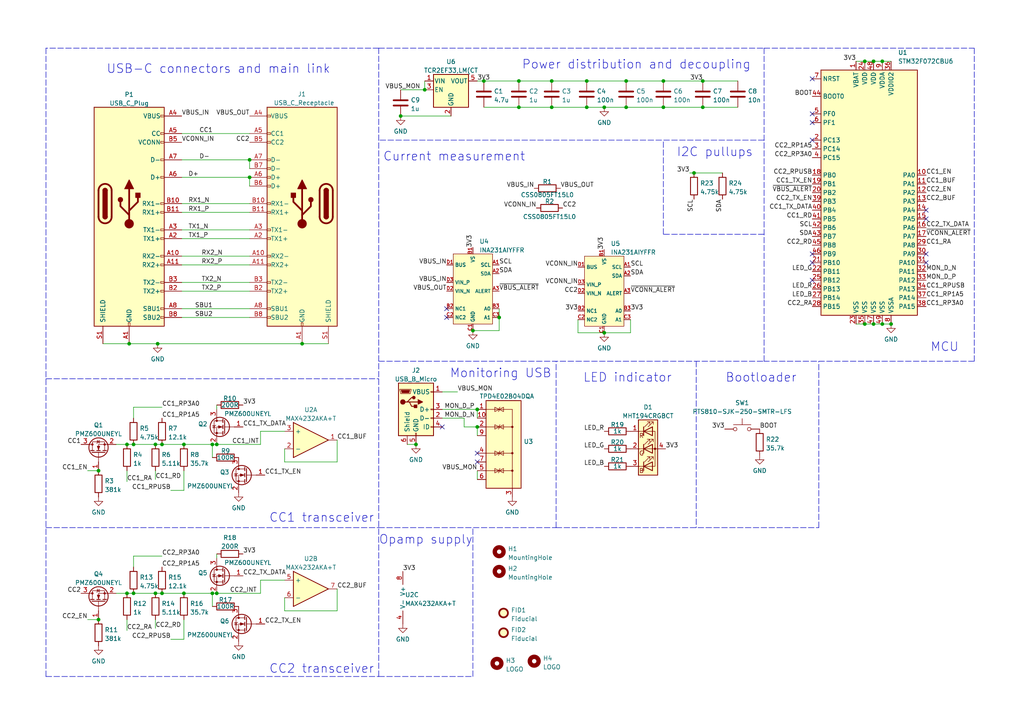
<source format=kicad_sch>
(kicad_sch (version 20211123) (generator eeschema)
  (paper "A4")
  (lib_symbols
    (symbol "Connector:USB_B_Micro" (pin_names (offset 1.016))
      (property "Reference" "J" (at -5.08 11.43 0))
      (property "Value" "USB_B_Micro" (at -5.08 8.89 0))
      (symbol "USB_B_Micro_1_1"
        (pin power_out line (at 7.62 5.08 180) (length 2.54) (name "VBUS") (number "1"))
        (pin bidirectional line (at 7.62 -2.54 180) (length 2.54) (name "D-") (number "2"))
        (pin bidirectional line (at 7.62 0 180) (length 2.54) (name "D+") (number "3"))
        (pin passive line (at 7.62 -5.08 180) (length 2.54) (name "ID") (number "4"))
        (pin power_out line (at 0 -10.16 90) (length 2.54) (name "GND") (number "5"))
        (pin passive line (at -2.54 -10.16 90) (length 2.54) (name "Shield") (number "6"))
      )
    )
    (symbol "Connector:USB_C_Plug" (pin_names (offset 1.016))
      (property "Reference" "P" (at -10.16 29.21 0))
      (property "Value" "USB_C_Plug" (at 10.16 29.21 0))
      (symbol "USB_C_Plug_1_1"
        (pin passive line (at 0 -40.64 90) (length 5.08) (name "GND") (number "A1"))
        (pin bidirectional line (at 15.24 -15.24 180) (length 5.08) (name "RX2-") (number "A10"))
        (pin bidirectional line (at 15.24 -17.78 180) (length 5.08) (name "RX2+") (number "A11"))
        (pin passive line (at 0 -40.64 90) (length 5.08) hide (name "GND") (number "A12"))
        (pin bidirectional line (at 15.24 -10.16 180) (length 5.08) (name "TX1+") (number "A2"))
        (pin bidirectional line (at 15.24 -7.62 180) (length 5.08) (name "TX1-") (number "A3"))
        (pin passive line (at 15.24 25.4 180) (length 5.08) (name "VBUS") (number "A4"))
        (pin bidirectional line (at 15.24 20.32 180) (length 5.08) (name "CC") (number "A5"))
        (pin bidirectional line (at 15.24 7.62 180) (length 5.08) (name "D+") (number "A6"))
        (pin bidirectional line (at 15.24 12.7 180) (length 5.08) (name "D-") (number "A7"))
        (pin bidirectional line (at 15.24 -30.48 180) (length 5.08) (name "SBU1") (number "A8"))
        (pin passive line (at 15.24 25.4 180) (length 5.08) hide (name "VBUS") (number "A9"))
        (pin passive line (at 0 -40.64 90) (length 5.08) hide (name "GND") (number "B1"))
        (pin bidirectional line (at 15.24 0 180) (length 5.08) (name "RX1-") (number "B10"))
        (pin bidirectional line (at 15.24 -2.54 180) (length 5.08) (name "RX1+") (number "B11"))
        (pin passive line (at 0 -40.64 90) (length 5.08) hide (name "GND") (number "B12"))
        (pin bidirectional line (at 15.24 -25.4 180) (length 5.08) (name "TX2+") (number "B2"))
        (pin bidirectional line (at 15.24 -22.86 180) (length 5.08) (name "TX2-") (number "B3"))
        (pin passive line (at 15.24 25.4 180) (length 5.08) hide (name "VBUS") (number "B4"))
        (pin bidirectional line (at 15.24 17.78 180) (length 5.08) (name "VCONN") (number "B5"))
        (pin bidirectional line (at 15.24 -33.02 180) (length 5.08) (name "SBU2") (number "B8"))
        (pin passive line (at 15.24 25.4 180) (length 5.08) hide (name "VBUS") (number "B9"))
        (pin passive line (at -7.62 -40.64 90) (length 5.08) (name "SHIELD") (number "S1"))
      )
    )
    (symbol "Connector:USB_C_Receptacle" (pin_names (offset 1.016))
      (property "Reference" "J" (at -10.16 29.21 0))
      (property "Value" "USB_C_Receptacle" (at 10.16 29.21 0))
      (symbol "USB_C_Receptacle_1_1"
        (pin passive line (at 0 -40.64 90) (length 5.08) (name "GND") (number "A1"))
        (pin bidirectional line (at 15.24 -15.24 180) (length 5.08) (name "RX2-") (number "A10"))
        (pin bidirectional line (at 15.24 -17.78 180) (length 5.08) (name "RX2+") (number "A11"))
        (pin passive line (at 0 -40.64 90) (length 5.08) hide (name "GND") (number "A12"))
        (pin bidirectional line (at 15.24 -10.16 180) (length 5.08) (name "TX1+") (number "A2"))
        (pin bidirectional line (at 15.24 -7.62 180) (length 5.08) (name "TX1-") (number "A3"))
        (pin passive line (at 15.24 25.4 180) (length 5.08) (name "VBUS") (number "A4"))
        (pin bidirectional line (at 15.24 20.32 180) (length 5.08) (name "CC1") (number "A5"))
        (pin bidirectional line (at 15.24 7.62 180) (length 5.08) (name "D+") (number "A6"))
        (pin bidirectional line (at 15.24 12.7 180) (length 5.08) (name "D-") (number "A7"))
        (pin bidirectional line (at 15.24 -30.48 180) (length 5.08) (name "SBU1") (number "A8"))
        (pin passive line (at 15.24 25.4 180) (length 5.08) hide (name "VBUS") (number "A9"))
        (pin passive line (at 0 -40.64 90) (length 5.08) hide (name "GND") (number "B1"))
        (pin bidirectional line (at 15.24 0 180) (length 5.08) (name "RX1-") (number "B10"))
        (pin bidirectional line (at 15.24 -2.54 180) (length 5.08) (name "RX1+") (number "B11"))
        (pin passive line (at 0 -40.64 90) (length 5.08) hide (name "GND") (number "B12"))
        (pin bidirectional line (at 15.24 -25.4 180) (length 5.08) (name "TX2+") (number "B2"))
        (pin bidirectional line (at 15.24 -22.86 180) (length 5.08) (name "TX2-") (number "B3"))
        (pin passive line (at 15.24 25.4 180) (length 5.08) hide (name "VBUS") (number "B4"))
        (pin bidirectional line (at 15.24 17.78 180) (length 5.08) (name "CC2") (number "B5"))
        (pin bidirectional line (at 15.24 5.08 180) (length 5.08) (name "D+") (number "B6"))
        (pin bidirectional line (at 15.24 10.16 180) (length 5.08) (name "D-") (number "B7"))
        (pin bidirectional line (at 15.24 -33.02 180) (length 5.08) (name "SBU2") (number "B8"))
        (pin passive line (at 15.24 25.4 180) (length 5.08) hide (name "VBUS") (number "B9"))
        (pin passive line (at -7.62 -40.64 90) (length 5.08) (name "SHIELD") (number "S1"))
      )
    )
    (symbol "Device:C" (pin_numbers hide) (pin_names (offset 0.254))
      (property "Reference" "C" (at 0.635 2.54 0))
      (property "Value" "C" (at 0.635 -2.54 0))
      (symbol "C_1_1"
        (pin passive line (at 0 3.81 270) (length 2.794) (name "~") (number "1"))
        (pin passive line (at 0 -3.81 90) (length 2.794) (name "~") (number "2"))
      )
    )
    (symbol "Device:LED_RGBA" (pin_names (offset 0) hide)
      (property "Reference" "D" (at 0 9.398 0))
      (property "Value" "LED_RGBA" (at 0 -8.89 0))
      (symbol "LED_RGBA_0_0"
        (text "B" (at -1.905 -6.35 0) (effects (font (size 1.27 1.27))))
        (text "G" (at -1.905 -1.27 0) (effects (font (size 1.27 1.27))))
        (text "R" (at -1.905 3.81 0) (effects (font (size 1.27 1.27))))
      )
      (symbol "LED_RGBA_1_1"
        (pin passive line (at -5.08 5.08 0) (length 2.54) (name "RK") (number "1"))
        (pin passive line (at -5.08 0 0) (length 2.54) (name "GK") (number "2"))
        (pin passive line (at -5.08 -5.08 0) (length 2.54) (name "BK") (number "3"))
        (pin passive line (at 5.08 0 180) (length 2.54) (name "A") (number "4"))
      )
    )
    (symbol "Device:Opamp_Dual"
      (property "Reference" "U" (at 0 5.08 0))
      (property "Value" "Opamp_Dual" (at 0 -5.08 0))
      (symbol "Opamp_Dual_1_1"
        (pin output line (at 7.62 0 180) (length 2.54) (name "~") (number "1"))
        (pin input line (at -7.62 -2.54 0) (length 2.54) (name "-") (number "2"))
        (pin input line (at -7.62 2.54 0) (length 2.54) (name "+") (number "3"))
      )
      (symbol "Opamp_Dual_2_1"
        (pin input line (at -7.62 2.54 0) (length 2.54) (name "+") (number "5"))
        (pin input line (at -7.62 -2.54 0) (length 2.54) (name "-") (number "6"))
        (pin output line (at 7.62 0 180) (length 2.54) (name "~") (number "7"))
      )
      (symbol "Opamp_Dual_3_1"
        (pin power_in line (at -2.54 -7.62 90) (length 3.81) (name "V-") (number "4"))
        (pin power_in line (at -2.54 7.62 270) (length 3.81) (name "V+") (number "8"))
      )
    )
    (symbol "Device:Q_NMOS_GSD" (pin_names (offset 0) hide)
      (property "Reference" "Q" (at 5.08 1.27 0))
      (property "Value" "Q_NMOS_GSD" (at 5.08 -1.27 0))
      (symbol "Q_NMOS_GSD_1_1"
        (pin input line (at -5.08 0 0) (length 2.54) (name "G") (number "1"))
        (pin passive line (at 2.54 -5.08 90) (length 2.54) (name "S") (number "2"))
        (pin passive line (at 2.54 5.08 270) (length 2.54) (name "D") (number "3"))
      )
    )
    (symbol "Device:R" (pin_numbers hide) (pin_names (offset 0))
      (property "Reference" "R" (at 2.032 0 90))
      (property "Value" "R" (at 0 0 90))
      (symbol "R_1_1"
        (pin passive line (at 0 3.81 270) (length 1.27) (name "~") (number "1"))
        (pin passive line (at 0 -3.81 90) (length 1.27) (name "~") (number "2"))
      )
    )
    (symbol "INA231AIYFFR_1"
      (property "Reference" "U" (at 5.08 10.16 0))
      (property "Value" "INA231AIYFFR_1" (at -1.27 -15.24 0))
      (symbol "INA231AIYFFR_1_1_1"
        (pin input line (at 7.62 5.08 180) (length 1.905) (name "SCL") (number "A1"))
        (pin bidirectional line (at 7.62 2.54 180) (length 1.905) (name "SDA") (number "A2"))
        (pin output line (at 7.62 -2.54 180) (length 1.905) (name "ALERT") (number "A3"))
        (pin power_in line (at 0 10.16 270) (length 1.905) (name "VS") (number "B1"))
        (pin passive line (at -7.62 -7.62 0) (length 1.905) (name "NC1") (number "B2"))
        (pin input line (at 7.62 -7.62 180) (length 1.905) (name "A0") (number "B3"))
        (pin power_in line (at 0 -13.97 90) (length 1.905) (name "GND") (number "C1"))
        (pin passive line (at -7.62 -10.16 0) (length 1.905) (name "NC2") (number "C2"))
        (pin input line (at 7.62 -10.16 180) (length 1.905) (name "A1") (number "C3"))
        (pin passive line (at -7.62 5.08 0) (length 1.905) (name "BUS") (number "D1"))
        (pin passive line (at -7.62 -2.54 0) (length 1.905) (name "VIN_N") (number "D2"))
        (pin passive line (at -7.62 0 0) (length 1.905) (name "VIN_P") (number "D3"))
      )
    )
    (symbol "MCU_ST_STM32F0:STM32F072CBUx"
      (property "Reference" "U" (at -15.24 36.83 0))
      (property "Value" "STM32F072CBUx" (at 7.62 36.83 0))
      (symbol "STM32F072CBUx_1_1"
        (pin power_in line (at -5.08 38.1 270) (length 2.54) (name "VBAT") (number "1"))
        (pin bidirectional line (at 15.24 5.08 180) (length 2.54) (name "PA0") (number "10"))
        (pin bidirectional line (at 15.24 2.54 180) (length 2.54) (name "PA1") (number "11"))
        (pin bidirectional line (at 15.24 0 180) (length 2.54) (name "PA2") (number "12"))
        (pin bidirectional line (at 15.24 -2.54 180) (length 2.54) (name "PA3") (number "13"))
        (pin bidirectional line (at 15.24 -5.08 180) (length 2.54) (name "PA4") (number "14"))
        (pin bidirectional line (at 15.24 -7.62 180) (length 2.54) (name "PA5") (number "15"))
        (pin bidirectional line (at 15.24 -10.16 180) (length 2.54) (name "PA6") (number "16"))
        (pin bidirectional line (at 15.24 -12.7 180) (length 2.54) (name "PA7") (number "17"))
        (pin bidirectional line (at -17.78 5.08 0) (length 2.54) (name "PB0") (number "18"))
        (pin bidirectional line (at -17.78 2.54 0) (length 2.54) (name "PB1") (number "19"))
        (pin bidirectional line (at -17.78 15.24 0) (length 2.54) (name "PC13") (number "2"))
        (pin bidirectional line (at -17.78 0 0) (length 2.54) (name "PB2") (number "20"))
        (pin bidirectional line (at -17.78 -20.32 0) (length 2.54) (name "PB10") (number "21"))
        (pin bidirectional line (at -17.78 -22.86 0) (length 2.54) (name "PB11") (number "22"))
        (pin power_in line (at -5.08 -38.1 90) (length 2.54) (name "VSS") (number "23"))
        (pin power_in line (at -2.54 38.1 270) (length 2.54) (name "VDD") (number "24"))
        (pin bidirectional line (at -17.78 -25.4 0) (length 2.54) (name "PB12") (number "25"))
        (pin bidirectional line (at -17.78 -27.94 0) (length 2.54) (name "PB13") (number "26"))
        (pin bidirectional line (at -17.78 -30.48 0) (length 2.54) (name "PB14") (number "27"))
        (pin bidirectional line (at -17.78 -33.02 0) (length 2.54) (name "PB15") (number "28"))
        (pin bidirectional line (at 15.24 -15.24 180) (length 2.54) (name "PA8") (number "29"))
        (pin bidirectional line (at -17.78 12.7 0) (length 2.54) (name "PC14") (number "3"))
        (pin bidirectional line (at 15.24 -17.78 180) (length 2.54) (name "PA9") (number "30"))
        (pin bidirectional line (at 15.24 -20.32 180) (length 2.54) (name "PA10") (number "31"))
        (pin bidirectional line (at 15.24 -22.86 180) (length 2.54) (name "PA11") (number "32"))
        (pin bidirectional line (at 15.24 -25.4 180) (length 2.54) (name "PA12") (number "33"))
        (pin bidirectional line (at 15.24 -27.94 180) (length 2.54) (name "PA13") (number "34"))
        (pin power_in line (at -2.54 -38.1 90) (length 2.54) (name "VSS") (number "35"))
        (pin power_in line (at 5.08 38.1 270) (length 2.54) (name "VDDIO2") (number "36"))
        (pin bidirectional line (at 15.24 -30.48 180) (length 2.54) (name "PA14") (number "37"))
        (pin bidirectional line (at 15.24 -33.02 180) (length 2.54) (name "PA15") (number "38"))
        (pin bidirectional line (at -17.78 -2.54 0) (length 2.54) (name "PB3") (number "39"))
        (pin bidirectional line (at -17.78 10.16 0) (length 2.54) (name "PC15") (number "4"))
        (pin bidirectional line (at -17.78 -5.08 0) (length 2.54) (name "PB4") (number "40"))
        (pin bidirectional line (at -17.78 -7.62 0) (length 2.54) (name "PB5") (number "41"))
        (pin bidirectional line (at -17.78 -10.16 0) (length 2.54) (name "PB6") (number "42"))
        (pin bidirectional line (at -17.78 -12.7 0) (length 2.54) (name "PB7") (number "43"))
        (pin input line (at -17.78 27.94 0) (length 2.54) (name "BOOT0") (number "44"))
        (pin bidirectional line (at -17.78 -15.24 0) (length 2.54) (name "PB8") (number "45"))
        (pin bidirectional line (at -17.78 -17.78 0) (length 2.54) (name "PB9") (number "46"))
        (pin power_in line (at 0 -38.1 90) (length 2.54) (name "VSS") (number "47"))
        (pin power_in line (at 0 38.1 270) (length 2.54) (name "VDD") (number "48"))
        (pin power_in line (at 2.54 -38.1 90) (length 2.54) (name "VSS") (number "49"))
        (pin input line (at -17.78 22.86 0) (length 2.54) (name "PF0") (number "5"))
        (pin input line (at -17.78 20.32 0) (length 2.54) (name "PF1") (number "6"))
        (pin input line (at -17.78 33.02 0) (length 2.54) (name "NRST") (number "7"))
        (pin power_in line (at 5.08 -38.1 90) (length 2.54) (name "VSSA") (number "8"))
        (pin power_in line (at 2.54 38.1 270) (length 2.54) (name "VDDA") (number "9"))
      )
    )
    (symbol "Mechanical:Fiducial"
      (property "Reference" "FID" (at 0 5.08 0))
      (property "Value" "Fiducial" (at 0 3.175 0))
    )
    (symbol "Mechanical:MountingHole" (pin_names (offset 1.016))
      (property "Reference" "H" (at 0 5.08 0))
      (property "Value" "MountingHole" (at 0 3.175 0))
    )
    (symbol "Power_Protection:TPD4E02B04DQA" (pin_names hide)
      (property "Reference" "U" (at 2.54 -11.43 0))
      (property "Value" "TPD4E02B04DQA" (at 7.62 1.905 0))
      (symbol "TPD4E02B04DQA_0_0"
        (pin passive line (at 2.54 -15.24 90) (length 2.54) (name "G") (number "3"))
      )
      (symbol "TPD4E02B04DQA_1_1"
        (pin passive line (at -7.62 10.16 0) (length 2.54) (name "IO1") (number "1"))
        (pin free line (at -7.62 7.62 0) (length 2.54) (name "NC") (number "10"))
        (pin passive line (at -7.62 5.08 0) (length 2.54) (name "IO2") (number "2"))
        (pin passive line (at -7.62 -2.54 0) (length 2.54) (name "IO3") (number "4"))
        (pin passive line (at -7.62 -7.62 0) (length 2.54) (name "IO4") (number "5"))
        (pin free line (at -7.62 -10.16 0) (length 2.54) (name "NC") (number "6"))
        (pin free line (at -7.62 -5.08 0) (length 2.54) (name "NC") (number "7"))
        (pin passive line (at 2.54 -15.24 90) (length 2.54) hide (name "G") (number "8"))
        (pin free line (at -7.62 2.54 0) (length 2.54) (name "NC") (number "9"))
      )
    )
    (symbol "Regulator_Linear:AP2112K-3.3" (pin_names (offset 0.254))
      (property "Reference" "U" (at -5.08 5.715 0))
      (property "Value" "AP2112K-3.3" (at 0 5.715 0))
      (symbol "AP2112K-3.3_1_1"
        (pin power_in line (at -7.62 2.54 0) (length 2.54) (name "VIN") (number "1"))
        (pin power_in line (at 0 -7.62 90) (length 2.54) (name "GND") (number "2"))
        (pin input line (at -7.62 0 0) (length 2.54) (name "EN") (number "3"))
        (pin no_connect line (at 5.08 0 180) (length 2.54) hide (name "NC") (number "4"))
        (pin power_out line (at 7.62 2.54 180) (length 2.54) (name "VOUT") (number "5"))
      )
    )
    (symbol "Switch:SW_Push" (pin_numbers hide) (pin_names (offset 1.016) hide)
      (property "Reference" "SW" (at 1.27 2.54 0))
      (property "Value" "SW_Push" (at 0 -1.524 0))
      (symbol "SW_Push_0_1"
        (pin passive line (at -5.08 0 0) (length 2.54) (name "1") (number "1"))
        (pin passive line (at 5.08 0 180) (length 2.54) (name "2") (number "2"))
      )
    )
    (symbol "ccsnifferparts:INA231AIYFFR"
      (property "Reference" "U" (at 5.08 10.16 0))
      (property "Value" "INA231AIYFFR" (at -1.27 -15.24 0))
      (symbol "INA231AIYFFR_1_1"
        (pin input line (at 7.62 5.08 180) (length 1.905) (name "SCL") (number "A1"))
        (pin bidirectional line (at 7.62 2.54 180) (length 1.905) (name "SDA") (number "A2"))
        (pin output line (at 7.62 -2.54 180) (length 1.905) (name "ALERT") (number "A3"))
        (pin power_in line (at 0 10.16 270) (length 1.905) (name "VS") (number "B1"))
        (pin passive line (at -7.62 -7.62 0) (length 1.905) (name "NC1") (number "B2"))
        (pin input line (at 7.62 -7.62 180) (length 1.905) (name "A0") (number "B3"))
        (pin power_in line (at 0 -13.97 90) (length 1.905) (name "GND") (number "C1"))
        (pin passive line (at -7.62 -10.16 0) (length 1.905) (name "NC2") (number "C2"))
        (pin input line (at 7.62 -10.16 180) (length 1.905) (name "A1") (number "C3"))
        (pin passive line (at -7.62 5.08 0) (length 1.905) (name "BUS") (number "D1"))
        (pin passive line (at -7.62 -2.54 0) (length 1.905) (name "VIN_N") (number "D2"))
        (pin passive line (at -7.62 0 0) (length 1.905) (name "VIN_P") (number "D3"))
      )
    )
    (symbol "power:GND" (power) (pin_names (offset 0))
      (property "Value" "GND" (at 0 -3.81 0))
      (symbol "GND_1_1"
        (pin power_in line (at 0 0 270) (length 0) hide (name "GND") (number "1"))
      )
    )
  )
  (junction (at 123.19 26.035))
  (junction (at 87.63 99.695))
  (junction (at 45.72 99.695))
  (junction (at 28.575 136.525))
  (junction (at 45.085 172.085))
  (junction (at 62.865 128.905))
  (junction (at 46.99 128.905))
  (junction (at 53.34 172.085))
  (junction (at 140.335 23.495))
  (junction (at 28.575 179.705))
  (junction (at 170.18 23.495))
  (junction (at 46.99 172.085))
  (junction (at 138.43 123.825))
  (junction (at 258.445 93.98))
  (junction (at 255.905 17.78))
  (junction (at 61.595 128.905))
  (junction (at 36.83 128.905))
  (junction (at 62.865 172.085))
  (junction (at 150.495 31.115))
  (junction (at 181.61 31.115))
  (junction (at 175.26 31.115))
  (junction (at 61.595 172.085))
  (junction (at 37.465 99.695))
  (junction (at 137.16 95.885))
  (junction (at 72.39 46.355))
  (junction (at 138.43 118.745))
  (junction (at 253.365 93.98))
  (junction (at 192.405 23.495))
  (junction (at 203.835 23.495))
  (junction (at 170.18 31.115))
  (junction (at 120.65 128.905))
  (junction (at 181.61 23.495))
  (junction (at 38.735 128.905))
  (junction (at 36.83 172.085))
  (junction (at 72.39 51.435))
  (junction (at 255.905 93.98))
  (junction (at 250.825 93.98))
  (junction (at 160.02 31.115))
  (junction (at 144.78 92.075))
  (junction (at 53.34 128.905))
  (junction (at 45.085 128.905))
  (junction (at 38.735 172.085))
  (junction (at 150.495 23.495))
  (junction (at 203.835 31.115))
  (junction (at 116.205 33.655))
  (junction (at 175.26 96.52))
  (junction (at 160.02 23.495))
  (junction (at 192.405 31.115))
  (junction (at 250.825 17.78))
  (junction (at 253.365 17.78))
  (junction (at 201.295 50.165))
  (no_connect (at 235.585 35.56))
  (no_connect (at 268.605 73.66))
  (no_connect (at 268.605 60.96))
  (no_connect (at 138.43 131.445))
  (no_connect (at 235.585 40.64))
  (no_connect (at 128.27 123.825))
  (no_connect (at 268.605 76.2))
  (no_connect (at 129.54 89.535))
  (no_connect (at 268.605 63.5))
  (no_connect (at 235.585 22.86))
  (no_connect (at 235.585 33.02))
  (no_connect (at 138.43 133.985))
  (no_connect (at 129.54 92.075))
  (no_connect (at 235.585 73.66))
  (no_connect (at 235.585 81.28))
  (no_connect (at 235.585 76.2))
  (wire (pts (xy 170.18 23.495) (xy 181.61 23.495)))
  (wire (pts (xy 72.39 51.435) (xy 52.705 51.435)))
  (polyline (pts (xy 109.855 13.97) (xy 13.335 13.97)))
  (wire (pts (xy 62.865 128.905) (xy 75.565 128.905)))
  (wire (pts (xy 181.61 31.115) (xy 192.405 31.115)))
  (wire (pts (xy 37.465 99.695) (xy 45.72 99.695)))
  (polyline (pts (xy 109.855 104.775) (xy 221.615 104.775)))
  (wire (pts (xy 82.55 177.165) (xy 97.79 177.165)))
  (wire (pts (xy 170.18 31.115) (xy 175.26 31.115)))
  (wire (pts (xy 116.205 33.655) (xy 130.81 33.655)))
  (wire (pts (xy 250.825 17.78) (xy 253.365 17.78)))
  (polyline (pts (xy 192.405 67.945) (xy 192.405 40.64)))
  (wire (pts (xy 203.835 23.495) (xy 213.995 23.495)))
  (wire (pts (xy 45.72 99.695) (xy 87.63 99.695)))
  (wire (pts (xy 167.64 96.52) (xy 175.26 96.52)))
  (wire (pts (xy 46.99 128.905) (xy 53.34 128.905)))
  (polyline (pts (xy 282.575 104.775) (xy 221.615 104.775)))
  (wire (pts (xy 38.735 164.465) (xy 38.735 161.29)))
  (wire (pts (xy 181.61 23.495) (xy 192.405 23.495)))
  (wire (pts (xy 52.705 66.675) (xy 72.39 66.675)))
  (wire (pts (xy 45.085 172.085) (xy 46.99 172.085)))
  (polyline (pts (xy 221.615 104.775) (xy 221.615 40.64)))
  (wire (pts (xy 82.55 173.355) (xy 82.55 177.165)))
  (wire (pts (xy 167.64 92.71) (xy 167.64 96.52)))
  (wire (pts (xy 61.595 128.905) (xy 61.595 132.715)))
  (wire (pts (xy 144.78 92.075) (xy 144.78 95.885)))
  (wire (pts (xy 192.405 23.495) (xy 203.835 23.495)))
  (wire (pts (xy 36.83 179.705) (xy 36.83 182.88)))
  (wire (pts (xy 150.495 31.115) (xy 160.02 31.115)))
  (wire (pts (xy 25.4 179.705) (xy 28.575 179.705)))
  (polyline (pts (xy 237.49 153.035) (xy 237.49 104.775)))
  (wire (pts (xy 140.335 23.495) (xy 150.495 23.495)))
  (wire (pts (xy 248.285 93.98) (xy 250.825 93.98)))
  (polyline (pts (xy 161.29 153.035) (xy 161.29 104.775)))
  (wire (pts (xy 116.205 26.035) (xy 123.19 26.035)))
  (wire (pts (xy 134.62 121.285) (xy 134.62 123.825)))
  (wire (pts (xy 52.705 59.055) (xy 72.39 59.055)))
  (polyline (pts (xy 221.615 67.945) (xy 192.405 67.945)))
  (wire (pts (xy 38.735 128.905) (xy 45.085 128.905)))
  (wire (pts (xy 49.53 142.24) (xy 53.34 142.24)))
  (wire (pts (xy 45.085 136.525) (xy 45.085 139.065)))
  (wire (pts (xy 203.835 31.115) (xy 213.995 31.115)))
  (wire (pts (xy 138.43 23.495) (xy 140.335 23.495)))
  (polyline (pts (xy 282.575 13.97) (xy 282.575 104.775)))
  (polyline (pts (xy 221.615 13.97) (xy 221.615 40.64)))
  (wire (pts (xy 128.27 121.285) (xy 134.62 121.285)))
  (wire (pts (xy 46.99 172.085) (xy 53.34 172.085)))
  (wire (pts (xy 36.83 172.085) (xy 38.735 172.085)))
  (wire (pts (xy 160.02 31.115) (xy 170.18 31.115)))
  (wire (pts (xy 38.735 118.11) (xy 46.99 118.11)))
  (wire (pts (xy 52.705 69.215) (xy 72.39 69.215)))
  (wire (pts (xy 82.55 130.175) (xy 82.55 133.985)))
  (wire (pts (xy 52.705 74.295) (xy 72.39 74.295)))
  (wire (pts (xy 52.705 92.075) (xy 72.39 92.075)))
  (wire (pts (xy 33.655 172.085) (xy 36.83 172.085)))
  (wire (pts (xy 118.11 128.905) (xy 120.65 128.905)))
  (wire (pts (xy 52.705 38.735) (xy 72.39 38.735)))
  (polyline (pts (xy 137.16 196.215) (xy 137.16 153.035)))
  (wire (pts (xy 52.705 89.535) (xy 72.39 89.535)))
  (wire (pts (xy 36.83 128.905) (xy 38.735 128.905)))
  (wire (pts (xy 192.405 31.115) (xy 203.835 31.115)))
  (wire (pts (xy 45.085 128.905) (xy 46.99 128.905)))
  (wire (pts (xy 25.4 136.525) (xy 28.575 136.525)))
  (wire (pts (xy 52.705 61.595) (xy 72.39 61.595)))
  (wire (pts (xy 97.79 133.985) (xy 97.79 127.635)))
  (wire (pts (xy 45.085 179.705) (xy 45.085 182.245)))
  (wire (pts (xy 255.905 17.78) (xy 258.445 17.78)))
  (wire (pts (xy 62.865 160.655) (xy 62.865 161.925)))
  (polyline (pts (xy 109.855 153.035) (xy 161.29 153.035)))
  (wire (pts (xy 53.34 179.705) (xy 53.34 185.42)))
  (wire (pts (xy 75.565 168.275) (xy 82.55 168.275)))
  (wire (pts (xy 62.865 117.475) (xy 62.865 118.745)))
  (wire (pts (xy 253.365 93.98) (xy 255.905 93.98)))
  (wire (pts (xy 123.19 26.035) (xy 123.19 23.495)))
  (polyline (pts (xy 221.615 40.64) (xy 109.855 40.64)))
  (wire (pts (xy 138.43 118.745) (xy 138.43 121.285)))
  (polyline (pts (xy 13.335 196.215) (xy 109.855 196.215)))
  (wire (pts (xy 144.78 89.535) (xy 144.78 92.075)))
  (polyline (pts (xy 201.93 104.775) (xy 201.93 153.035)))
  (wire (pts (xy 53.34 136.525) (xy 53.34 142.24)))
  (polyline (pts (xy 161.29 153.035) (xy 237.49 153.035)))
  (wire (pts (xy 138.43 136.525) (xy 138.43 139.065)))
  (wire (pts (xy 38.735 121.285) (xy 38.735 118.11)))
  (wire (pts (xy 52.705 46.355) (xy 72.39 46.355)))
  (wire (pts (xy 87.63 99.695) (xy 95.25 99.695)))
  (wire (pts (xy 182.88 92.71) (xy 182.88 96.52)))
  (wire (pts (xy 61.595 172.085) (xy 61.595 175.895)))
  (wire (pts (xy 61.595 172.085) (xy 62.865 172.085)))
  (wire (pts (xy 75.565 125.095) (xy 82.55 125.095)))
  (polyline (pts (xy 13.335 153.035) (xy 109.855 153.035)))
  (wire (pts (xy 128.27 118.745) (xy 138.43 118.745)))
  (wire (pts (xy 175.26 31.115) (xy 181.61 31.115)))
  (wire (pts (xy 253.365 17.78) (xy 255.905 17.78)))
  (polyline (pts (xy 109.855 196.215) (xy 109.855 13.97)))
  (wire (pts (xy 53.34 172.085) (xy 61.595 172.085)))
  (wire (pts (xy 52.705 76.835) (xy 72.39 76.835)))
  (wire (pts (xy 33.655 128.905) (xy 36.83 128.905)))
  (wire (pts (xy 82.55 133.985) (xy 97.79 133.985)))
  (wire (pts (xy 140.335 31.115) (xy 150.495 31.115)))
  (polyline (pts (xy 109.855 13.97) (xy 221.615 13.97)))
  (polyline (pts (xy 13.335 109.855) (xy 109.855 109.855)))
  (wire (pts (xy 72.39 48.895) (xy 72.39 46.355)))
  (wire (pts (xy 29.845 99.695) (xy 37.465 99.695)))
  (wire (pts (xy 38.735 172.085) (xy 45.085 172.085)))
  (wire (pts (xy 75.565 128.905) (xy 75.565 125.095)))
  (wire (pts (xy 134.62 123.825) (xy 138.43 123.825)))
  (polyline (pts (xy 109.855 196.215) (xy 137.16 196.215)))
  (wire (pts (xy 72.39 53.975) (xy 72.39 51.435)))
  (wire (pts (xy 138.43 123.825) (xy 138.43 126.365)))
  (wire (pts (xy 97.79 177.165) (xy 97.79 170.815)))
  (wire (pts (xy 160.02 23.495) (xy 170.18 23.495)))
  (wire (pts (xy 250.825 93.98) (xy 253.365 93.98)))
  (wire (pts (xy 255.905 93.98) (xy 258.445 93.98)))
  (wire (pts (xy 201.295 50.165) (xy 209.55 50.165)))
  (wire (pts (xy 200.025 50.165) (xy 201.295 50.165)))
  (wire (pts (xy 52.705 81.915) (xy 72.39 81.915)))
  (wire (pts (xy 75.565 172.085) (xy 75.565 168.275)))
  (wire (pts (xy 38.735 161.29) (xy 46.99 161.29)))
  (wire (pts (xy 182.88 96.52) (xy 175.26 96.52)))
  (wire (pts (xy 61.595 128.905) (xy 62.865 128.905)))
  (wire (pts (xy 53.34 128.905) (xy 61.595 128.905)))
  (wire (pts (xy 150.495 23.495) (xy 160.02 23.495)))
  (wire (pts (xy 144.78 95.885) (xy 137.16 95.885)))
  (polyline (pts (xy 13.335 13.97) (xy 13.335 196.215)))
  (wire (pts (xy 248.285 17.78) (xy 250.825 17.78)))
  (wire (pts (xy 49.53 185.42) (xy 53.34 185.42)))
  (wire (pts (xy 52.705 84.455) (xy 72.39 84.455)))
  (wire (pts (xy 36.83 136.525) (xy 36.83 139.7)))
  (wire (pts (xy 128.27 113.665) (xy 132.715 113.665)))
  (polyline (pts (xy 221.615 13.97) (xy 282.575 13.97)))
  (wire (pts (xy 62.865 172.085) (xy 75.565 172.085)))
  (text "LED indicator" (at 194.945 111.125 180) (effects (font (size 2.54 2.54)) (justify right bottom)))
  (text "I2C pullups" (at 218.44 45.72 180) (effects (font (size 2.54 2.54)) (justify right bottom)))
  (text "Monitoring USB" (at 160.02 109.855 180) (effects (font (size 2.54 2.54)) (justify right bottom)))
  (text "Opamp supply" (at 137.16 158.115 180) (effects (font (size 2.54 2.54)) (justify right bottom)))
  (text "CC1 transceiver" (at 108.585 151.765 180) (effects (font (size 2.54 2.54)) (justify right bottom)))
  (text "Bootloader" (at 231.14 111.125 180) (effects (font (size 2.54 2.54)) (justify right bottom)))
  (text "MCU" (at 278.13 102.235 180) (effects (font (size 2.54 2.54)) (justify right bottom)))
  (text "Current measurement" (at 152.4 46.99 180) (effects (font (size 2.54 2.54)) (justify right bottom)))
  (text "USB-C connectors and main link" (at 95.885 21.59 180) (effects (font (size 2.54 2.54)) (justify right bottom)))
  (text "CC2 transceiver" (at 108.585 195.58 180) (effects (font (size 2.54 2.54)) (justify right bottom)))
  (text "Power distribution and decoupling" (at 217.805 20.32 180) (effects (font (size 2.54 2.54)) (justify right bottom)))
  (label "CC2_RA" (at 235.585 88.9 180))
  (label "D+" (at 54.61 51.435 0))
  (label "CC2" (at 23.495 172.085 180))
  (label "BOOT" (at 220.345 124.46 0))
  (label "D-" (at 57.785 46.355 0))
  (label "VBUS_IN" (at 129.54 81.915 180))
  (label "SDA" (at 182.88 80.01 0))
  (label "SCL" (at 201.295 57.785 270))
  (label "CC1_EN" (at 25.4 136.525 180))
  (label "CC1_RP3A0" (at 268.605 88.9 0))
  (label "SDA" (at 144.78 79.375 0))
  (label "VBUS_IN" (at 52.705 33.655 0))
  (label "TX2_N" (at 58.42 81.915 0))
  (label "RX1_P" (at 54.61 61.595 0))
  (label "CC2_BUF" (at 268.605 58.42 0))
  (label "CC1_BUF" (at 97.79 127.635 0))
  (label "CC2_RPUSB" (at 49.53 185.42 180))
  (label "BOOT" (at 235.585 27.94 180))
  (label "TX2_P" (at 58.42 84.455 0))
  (label "CC1" (at 57.785 38.735 0))
  (label "3V3" (at 193.04 130.175 0))
  (label "3V3" (at 116.84 165.735 0))
  (label "3V3" (at 203.835 23.495 180))
  (label "VCONN_IN" (at 167.64 77.47 180))
  (label "VBUS_OUT" (at 162.56 54.61 0))
  (label "CC2_RD" (at 235.585 71.12 180))
  (label "CC2_INT" (at 66.675 172.085 0))
  (label "CC1_RP1A5" (at 268.605 86.36 0))
  (label "CC2_RPUSB" (at 235.585 50.8 180))
  (label "SDA" (at 235.585 68.58 180))
  (label "CC1_INT" (at 67.31 128.905 0))
  (label "~{VBUS_ALERT}" (at 235.585 55.88 180))
  (label "CC1_EN" (at 268.605 50.8 0))
  (label "MON_D_P" (at 268.605 81.28 0))
  (label "CC1_TX_DATA" (at 235.585 60.96 180))
  (label "LED_G" (at 235.585 78.74 180))
  (label "CC2" (at 167.64 85.09 180))
  (label "~{VCONN_ALERT}" (at 268.605 68.58 0))
  (label "3V3" (at 137.16 71.755 90))
  (label "CC1_RA" (at 268.605 71.12 0))
  (label "CC2_TX_DATA" (at 268.605 66.04 0))
  (label "LED_B" (at 175.26 135.255 180))
  (label "3V3" (at 200.025 50.165 180))
  (label "CC1_RD" (at 235.585 63.5 180))
  (label "3V3" (at 175.26 72.39 90))
  (label "SCL" (at 182.88 77.47 0))
  (label "CC2_RP3A0" (at 46.99 161.29 0))
  (label "CC1_RP1A5" (at 46.99 121.285 0))
  (label "VBUS_MON" (at 121.92 26.035 180))
  (label "VBUS_MON" (at 132.715 113.665 0))
  (label "SBU1" (at 56.515 89.535 0))
  (label "VBUS_IN" (at 154.94 54.61 180))
  (label "CC2_TX_EN" (at 76.835 180.975 0))
  (label "~{VCONN_ALERT}" (at 182.88 85.09 0))
  (label "3V3" (at 248.285 17.78 180))
  (label "RX2_P" (at 58.42 76.835 0))
  (label "CC1_TX_EN" (at 235.585 53.34 180))
  (label "CC1" (at 23.495 128.905 180))
  (label "VBUS_OUT" (at 129.54 84.455 180))
  (label "RX2_N" (at 58.42 74.295 0))
  (label "VBUS_IN" (at 129.54 76.835 180))
  (label "RX1_N" (at 54.61 59.055 0))
  (label "CC1_RA" (at 36.83 139.7 0))
  (label "MON_D_P" (at 128.905 118.745 0))
  (label "VCONN_IN" (at 155.575 60.325 180))
  (label "CC2" (at 72.39 41.275 180))
  (label "CC1_BUF" (at 268.605 53.34 0))
  (label "SDA" (at 209.55 57.785 270))
  (label "CC1_TX_DATA" (at 70.485 123.825 0))
  (label "CC2_RD" (at 45.085 182.245 0))
  (label "MON_D_N" (at 128.905 121.285 0))
  (label "VCONN_IN" (at 167.64 82.55 180))
  (label "CC2_EN" (at 268.605 55.88 0))
  (label "~{VBUS_ALERT}" (at 144.78 84.455 0))
  (label "LED_R" (at 175.26 125.095 180))
  (label "3V3" (at 210.185 124.46 180))
  (label "VBUS_MON" (at 138.43 136.525 180))
  (label "CC2_RP1A5" (at 46.99 164.465 0))
  (label "CC2_EN" (at 25.4 179.705 180))
  (label "VBUS_OUT" (at 72.39 33.655 180))
  (label "SCL" (at 144.78 76.835 0))
  (label "TX1_P" (at 54.61 69.215 0))
  (label "CC2_RP1A5" (at 235.585 43.18 180))
  (label "VCONN_IN" (at 52.705 41.275 0))
  (label "3V3" (at 167.64 90.17 180))
  (label "CC1_RD" (at 45.085 139.065 0))
  (label "CC1_RP3A0" (at 46.99 118.11 0))
  (label "SCL" (at 235.585 66.04 180))
  (label "LED_R" (at 235.585 83.82 180))
  (label "3V3" (at 138.43 23.495 0))
  (label "3V3" (at 70.485 160.655 0))
  (label "CC1_TX_EN" (at 76.835 137.795 0))
  (label "CC1_RPUSB" (at 49.53 142.24 180))
  (label "3V3" (at 182.88 90.17 0))
  (label "LED_G" (at 175.26 130.175 180))
  (label "CC2" (at 163.195 60.325 0))
  (label "TX1_N" (at 54.61 66.675 0))
  (label "CC2_RP3A0" (at 235.585 45.72 180))
  (label "CC2_TX_DATA" (at 70.485 167.005 0))
  (label "CC2_RA" (at 36.83 182.88 0))
  (label "CC2_TX_EN" (at 235.585 58.42 180))
  (label "CC2_BUF" (at 97.79 170.815 0))
  (label "LED_B" (at 235.585 86.36 180))
  (label "SBU2" (at 56.515 92.075 0))
  (label "MON_D_N" (at 268.605 78.74 0))
  (label "3V3" (at 70.485 117.475 0))
  (label "CC1_RPUSB" (at 268.605 83.82 0))
  (symbol (lib_id "power:GND") (at 45.72 99.695 0) (unit 1)
    (property "Reference" "#PWR0101" (effects hide))
    (property "Value" "GND" (at 45.72 104.1384 0))
  )
  (symbol (lib_id "Device:R") (at 36.83 175.895 0) (unit 1)
    (property "Reference" "R12" (at 38.608 175.0603 0) (effects (justify left)))
    (property "Value" "1k" (at 38.608 177.5972 0) (effects (justify left)))
    (property "Footprint" "Resistor_SMD:R_0402_1005Metric" (effects hide))
  )
  (symbol (lib_id "Device:Q_NMOS_GSD") (at 71.755 180.975 0) (mirror y) (unit 1)
    (property "Reference" "Q6" (at 66.548 180.1403 0) (effects (justify left)))
    (property "Value" "PMZ600UNEYL" (at 67.945 184.15 0) (effects (justify left)))
    (property "Footprint" "Package_TO_SOT_SMD:SOT-883" (effects hide))
  )
  (symbol (lib_id "ccsnifferparts:INA231AIYFFR") (at 175.26 82.55 0) (unit 1)
    (property "Reference" "U5" (at 177.1397 70.646 0) (effects (justify left)))
    (property "Value" "INA231AIYFFR" (at 177.1397 73.1829 0) (effects (justify left)))
    (property "Footprint" "ccsnifferparts:Texas_DSBGA-12_1.65x1.39mm_P0.4mm_YFF0012" (effects hide))
  )
  (symbol (lib_id "Mechanical:MountingHole") (at 144.78 165.735 0) (unit 1)
    (property "Reference" "H2" (at 147.32 164.9003 0) (effects (justify left)))
    (property "Value" "MountingHole" (at 147.32 167.4372 0) (effects (justify left)))
    (property "Footprint" "MountingHole:MountingHole_2.5mm" (effects hide))
  )
  (symbol (lib_id "Device:Opamp_Dual") (at 119.38 173.355 0) (unit 3)
    (property "Reference" "U2" (at 117.475 172.5203 0) (effects (justify left)))
    (property "Value" "MAX4232AKA+T" (at 117.475 175.0572 0) (effects (justify left)))
    (property "Footprint" "Package_TO_SOT_SMD:SOT-23-8" (effects hide))
  )
  (symbol (lib_id "power:GND") (at 116.205 33.655 0) (unit 1)
    (property "Reference" "#PWR0110" (effects hide))
    (property "Value" "GND" (at 116.205 38.0984 0))
  )
  (symbol (lib_id "power:GND") (at 116.84 180.975 0) (unit 1)
    (property "Reference" "#PWR0105" (effects hide))
    (property "Value" "GND" (at 116.84 185.4184 0))
  )
  (symbol (lib_id "Device:R") (at 38.735 125.095 0) (unit 1)
    (property "Reference" "R5" (at 40.513 124.2603 0) (effects (justify left)))
    (property "Value" "4.75k" (at 40.513 126.7972 0) (effects (justify left)))
    (property "Footprint" "Resistor_SMD:R_0402_1005Metric" (effects hide))
  )
  (symbol (lib_id "Device:Q_NMOS_GSD") (at 65.405 167.005 0) (mirror y) (unit 1)
    (property "Reference" "Q5" (at 60.198 166.1703 0) (effects (justify left)))
    (property "Value" "PMZ600UNEYL" (at 78.74 163.195 0) (effects (justify left)))
    (property "Footprint" "Package_TO_SOT_SMD:SOT-883" (effects hide))
  )
  (symbol (lib_id "Device:R") (at 220.345 128.27 0) (unit 1)
    (property "Reference" "R22" (at 222.123 127.4353 0) (effects (justify left)))
    (property "Value" "35.7k" (at 222.123 129.9722 0) (effects (justify left)))
    (property "Footprint" "Resistor_SMD:R_0402_1005Metric" (effects hide))
  )
  (symbol (lib_id "Device:R") (at 53.34 132.715 0) (unit 1)
    (property "Reference" "R8" (at 55.118 131.8803 0) (effects (justify left)))
    (property "Value" "35.7k" (at 55.118 134.4172 0) (effects (justify left)))
    (property "Footprint" "Resistor_SMD:R_0402_1005Metric" (effects hide))
  )
  (symbol (lib_id "Device:R") (at 66.675 117.475 90) (unit 1)
    (property "Reference" "R10" (at 66.675 115.57 90))
    (property "Value" "200R" (at 66.675 117.475 90))
    (property "Footprint" "Resistor_SMD:R_0402_1005Metric" (effects hide))
  )
  (symbol (lib_id "power:GND") (at 28.575 144.145 0) (unit 1)
    (property "Reference" "#PWR01" (effects hide))
    (property "Value" "GND" (at 28.575 148.5884 0))
  )
  (symbol (lib_id "Device:R") (at 45.085 132.715 0) (unit 1)
    (property "Reference" "R6" (at 46.863 131.8803 0) (effects (justify left)))
    (property "Value" "5.11k" (at 46.863 134.4172 0) (effects (justify left)))
    (property "Footprint" "Resistor_SMD:R_0402_1005Metric" (effects hide))
  )
  (symbol (lib_id "Device:R") (at 179.07 135.255 90) (unit 1)
    (property "Reference" "R21" (at 179.07 133.35 90))
    (property "Value" "1k" (at 179.07 135.255 90))
    (property "Footprint" "Resistor_SMD:R_0402_1005Metric" (effects hide))
  )
  (symbol (lib_id "Device:Q_NMOS_GSD") (at 28.575 174.625 90) (unit 1)
    (property "Reference" "Q4" (at 28.575 166.4802 90))
    (property "Value" "PMZ600UNEYL" (at 28.575 169.0171 90))
    (property "Footprint" "Package_TO_SOT_SMD:SOT-883" (effects hide))
  )
  (symbol (lib_id "Device:R") (at 46.99 168.275 0) (unit 1)
    (property "Reference" "R15" (at 48.768 167.4403 0) (effects (justify left)))
    (property "Value" "12.1k" (at 48.768 169.9772 0) (effects (justify left)))
    (property "Footprint" "Resistor_SMD:R_0402_1005Metric" (effects hide))
  )
  (symbol (lib_id "Device:R") (at 209.55 53.975 0) (unit 1)
    (property "Reference" "R24" (at 211.328 53.1403 0) (effects (justify left)))
    (property "Value" "4.75k" (at 211.328 55.6772 0) (effects (justify left)))
    (property "Footprint" "Resistor_SMD:R_0402_1005Metric" (effects hide))
  )
  (symbol (lib_id "Device:R") (at 65.405 175.895 270) (unit 1)
    (property "Reference" "R17" (at 65.405 173.99 90))
    (property "Value" "100R" (at 65.405 175.895 90))
    (property "Footprint" "Resistor_SMD:R_0402_1005Metric" (effects hide))
  )
  (symbol (lib_id "power:GND") (at 69.215 186.055 0) (unit 1)
    (property "Reference" "#PWR04" (effects hide))
    (property "Value" "GND" (at 69.215 190.4984 0))
  )
  (symbol (lib_id "Device:Q_NMOS_GSD") (at 65.405 123.825 0) (mirror y) (unit 1)
    (property "Reference" "Q2" (at 60.198 122.9903 0) (effects (justify left)))
    (property "Value" "PMZ600UNEYL" (at 78.74 120.015 0) (effects (justify left)))
    (property "Footprint" "Package_TO_SOT_SMD:SOT-883" (effects hide))
  )
  (symbol (lib_id "Device:R") (at 46.99 125.095 0) (unit 1)
    (property "Reference" "R7" (at 48.768 124.2603 0) (effects (justify left)))
    (property "Value" "12.1k" (at 48.768 126.7972 0) (effects (justify left)))
    (property "Footprint" "Resistor_SMD:R_0402_1005Metric" (effects hide))
  )
  (symbol (lib_id "Device:Opamp_Dual") (at 90.17 170.815 0) (unit 2)
    (property "Reference" "U2" (at 90.17 162.0352 0))
    (property "Value" "MAX4232AKA+T" (at 90.17 164.5721 0))
    (property "Footprint" "Package_TO_SOT_SMD:SOT-23-8" (effects hide))
  )
  (symbol (lib_id "Device:R") (at 65.405 132.715 270) (unit 1)
    (property "Reference" "R9" (at 65.405 130.81 90))
    (property "Value" "100R" (at 65.405 132.715 90))
    (property "Footprint" "Resistor_SMD:R_0402_1005Metric" (effects hide))
  )
  (symbol (lib_id "power:GND") (at 28.575 187.325 0) (unit 1)
    (property "Reference" "#PWR03" (effects hide))
    (property "Value" "GND" (at 28.575 191.7684 0))
  )
  (symbol (lib_id "Mechanical:MountingHole") (at 144.145 192.405 0) (unit 1) (in_bom no)
    (property "Reference" "H3" (at 146.685 191.5703 0) (effects (justify left)))
    (property "Value" "LOGO" (at 146.685 194.1072 0) (effects (justify left)))
    (property "Footprint" "Symbol:KiCad-Logo2_5mm_SilkScreen" (effects hide))
  )
  (symbol (lib_id "Mechanical:MountingHole") (at 144.78 160.02 0) (unit 1)
    (property "Reference" "H1" (at 147.32 159.1853 0) (effects (justify left)))
    (property "Value" "MountingHole" (at 147.32 161.7222 0) (effects (justify left)))
    (property "Footprint" "MountingHole:MountingHole_2.5mm" (effects hide))
  )
  (symbol (lib_id "Device:R") (at 179.07 130.175 90) (unit 1)
    (property "Reference" "R20" (at 179.07 128.27 90))
    (property "Value" "1k" (at 179.07 130.175 90))
    (property "Footprint" "Resistor_SMD:R_0402_1005Metric" (effects hide))
  )
  (symbol (lib_id "power:GND") (at 120.65 128.905 0) (unit 1)
    (property "Reference" "#PWR0106" (effects hide))
    (property "Value" "GND" (at 120.65 133.3484 0))
  )
  (symbol (lib_id "Mechanical:MountingHole") (at 154.94 191.77 0) (unit 1) (in_bom no)
    (property "Reference" "H4" (at 157.48 190.9353 0) (effects (justify left)))
    (property "Value" "LOGO" (at 157.48 193.4722 0) (effects (justify left)))
    (property "Footprint" "Symbol:OSHW-Logo_5.7x6mm_SilkScreen" (effects hide))
  )
  (symbol (lib_id "Device:C") (at 150.495 27.305 0) (unit 1)
    (property "Reference" "C2" (at 153.416 26.4703 0) (effects (justify left)))
    (property "Value" "1u" (at 153.416 29.0072 0) (effects (justify left)))
    (property "Footprint" "Capacitor_SMD:C_0402_1005Metric" (effects hide))
  )
  (symbol (lib_id "Device:R") (at 38.735 168.275 0) (unit 1)
    (property "Reference" "R13" (at 40.513 167.4403 0) (effects (justify left)))
    (property "Value" "4.75k" (at 40.513 169.9772 0) (effects (justify left)))
    (property "Footprint" "Resistor_SMD:R_0402_1005Metric" (effects hide))
  )
  (symbol (lib_id "Device:R") (at 45.085 175.895 0) (unit 1)
    (property "Reference" "R14" (at 46.863 175.0603 0) (effects (justify left)))
    (property "Value" "5.11k" (at 46.863 177.5972 0) (effects (justify left)))
    (property "Footprint" "Resistor_SMD:R_0402_1005Metric" (effects hide))
  )
  (symbol (lib_id "Device:Q_NMOS_GSD") (at 28.575 131.445 90) (unit 1)
    (property "Reference" "Q1" (at 28.575 123.3002 90))
    (property "Value" "PMZ600UNEYL" (at 28.575 125.8371 90))
    (property "Footprint" "Package_TO_SOT_SMD:SOT-883" (effects hide))
  )
  (symbol (lib_id "Switch:SW_Push") (at 215.265 124.46 0) (unit 1)
    (property "Reference" "SW1" (at 215.265 116.84 0))
    (property "Value" "PTS810-SJK-250-SMTR-LFS" (at 215.265 119.38 0))
    (property "Footprint" "Button_Switch_SMD:SW_SPST_PTS810" (effects hide))
  )
  (symbol (lib_id "Device:R") (at 53.34 175.895 0) (unit 1)
    (property "Reference" "R16" (at 55.118 175.0603 0) (effects (justify left)))
    (property "Value" "35.7k" (at 55.118 177.5972 0) (effects (justify left)))
    (property "Footprint" "Resistor_SMD:R_0402_1005Metric" (effects hide))
  )
  (symbol (lib_id "power:GND") (at 175.26 31.115 0) (unit 1)
    (property "Reference" "#PWR0109" (effects hide))
    (property "Value" "GND" (at 175.26 35.5584 0))
  )
  (symbol (lib_id "Mechanical:Fiducial") (at 146.05 177.8 0) (unit 1)
    (property "Reference" "FID1" (at 148.209 176.9653 0) (effects (justify left)))
    (property "Value" "Fiducial" (at 148.209 179.5022 0) (effects (justify left)))
    (property "Footprint" "Fiducial:Fiducial_0.5mm_Mask1mm" (effects hide))
  )
  (symbol (lib_id "Device:LED_RGBA") (at 187.96 130.175 0) (unit 1)
    (property "Reference" "D1" (at 187.96 118.0932 0))
    (property "Value" "MHT194CRGBCT" (at 187.96 120.6301 0))
    (property "Footprint" "LED_SMD:LED_LiteOn_LTST-C19HE1WT" (effects hide))
    (property "LCSC-Partn" "C404275" (effects hide))
  )
  (symbol (lib_id "Device:R") (at 159.385 60.325 90) (unit 1)
    (property "Reference" "R2" (at 159.385 58.42 90))
    (property "Value" "CSS0805FT15L0" (at 159.385 62.865 90))
    (property "Footprint" "Resistor_SMD:R_0805_2012Metric" (effects hide))
  )
  (symbol (lib_id "Device:R") (at 28.575 183.515 0) (unit 1)
    (property "Reference" "R11" (at 30.353 182.6803 0) (effects (justify left)))
    (property "Value" "381k" (at 30.353 185.2172 0) (effects (justify left)))
    (property "Footprint" "Resistor_SMD:R_0402_1005Metric" (effects hide))
  )
  (symbol (lib_id "Device:C") (at 203.835 27.305 0) (unit 1)
    (property "Reference" "C7" (at 206.756 26.4703 0) (effects (justify left)))
    (property "Value" "100n" (at 206.756 29.0072 0) (effects (justify left)))
    (property "Footprint" "Capacitor_SMD:C_0402_1005Metric" (effects hide))
  )
  (symbol (lib_id "Device:R") (at 201.295 53.975 0) (unit 1)
    (property "Reference" "R23" (at 203.073 53.1403 0) (effects (justify left)))
    (property "Value" "4.75k" (at 203.073 55.6772 0) (effects (justify left)))
    (property "Footprint" "Resistor_SMD:R_0402_1005Metric" (effects hide))
  )
  (symbol (lib_name "INA231AIYFFR_1") (lib_id "ccsnifferparts:INA231AIYFFR") (at 137.16 81.915 0) (unit 1)
    (property "Reference" "U4" (at 139.0397 70.011 0) (effects (justify left)))
    (property "Value" "INA231AIYFFR" (at 139.0397 72.5479 0) (effects (justify left)))
    (property "Footprint" "ccsnifferparts:Texas_DSBGA-12_1.65x1.39mm_P0.4mm_YFF0012" (effects hide))
  )
  (symbol (lib_id "power:GND") (at 137.16 95.885 0) (unit 1)
    (property "Reference" "#PWR0103" (effects hide))
    (property "Value" "GND" (at 137.16 100.3284 0))
  )
  (symbol (lib_id "Device:R") (at 179.07 125.095 90) (unit 1)
    (property "Reference" "R19" (at 179.07 123.19 90))
    (property "Value" "1k" (at 179.07 125.095 90))
    (property "Footprint" "Resistor_SMD:R_0402_1005Metric" (effects hide))
  )
  (symbol (lib_id "Connector:USB_C_Receptacle") (at 87.63 59.055 0) (mirror y) (unit 1)
    (property "Reference" "J1" (at 86.36 27.305 0) (effects (justify right)))
    (property "Value" "USB_C_Receptacle" (at 79.375 29.845 0) (effects (justify right)))
    (property "Footprint" "Connector_USB:USB_C_Receptacle_Amphenol_12401548E4-2A" (effects hide))
    (property "Datasheet" "https://www.usb.org/sites/default/files/documents/usb_type-c.zip" (effects hide))
  )
  (symbol (lib_id "power:GND") (at 220.345 132.08 0) (unit 1)
    (property "Reference" "#PWR0108" (effects hide))
    (property "Value" "GND" (at 220.345 136.5234 0))
  )
  (symbol (lib_id "Device:R") (at 66.675 160.655 90) (unit 1)
    (property "Reference" "R18" (at 66.675 155.9392 90))
    (property "Value" "200R" (at 66.675 158.4761 90))
    (property "Footprint" "Resistor_SMD:R_0402_1005Metric" (effects hide))
  )
  (symbol (lib_id "power:GND") (at 69.215 142.875 0) (unit 1)
    (property "Reference" "#PWR02" (effects hide))
    (property "Value" "GND" (at 69.215 147.3184 0))
  )
  (symbol (lib_id "Power_Protection:TPD4E02B04DQA") (at 146.05 128.905 0) (unit 1)
    (property "Reference" "U3" (at 151.892 128.0703 0) (effects (justify left)))
    (property "Value" "TPD4E02B04DQA" (at 139.065 114.935 0) (effects (justify left)))
    (property "Footprint" "Package_SON:USON-10_2.5x1.0mm_P0.5mm" (effects hide))
    (property "Datasheet" "http://www.ti.com/lit/ds/symlink/tpd4e02b04.pdf" (effects hide))
  )
  (symbol (lib_id "Device:C") (at 181.61 27.305 0) (unit 1)
    (property "Reference" "C5" (at 184.531 26.4703 0) (effects (justify left)))
    (property "Value" "100n" (at 184.531 29.0072 0) (effects (justify left)))
    (property "Footprint" "Capacitor_SMD:C_0402_1005Metric" (effects hide))
  )
  (symbol (lib_id "power:GND") (at 175.26 96.52 0) (unit 1)
    (property "Reference" "#PWR0104" (effects hide))
    (property "Value" "GND" (at 175.26 100.9634 0))
  )
  (symbol (lib_id "Connector:USB_B_Micro") (at 120.65 118.745 0) (unit 1)
    (property "Reference" "J2" (at 120.65 107.4252 0))
    (property "Value" "USB_B_Micro" (at 120.65 109.9621 0))
    (property "Footprint" "Connector_USB:USB_Micro-B_Amphenol_10118194_Horizontal" (effects hide))
  )
  (symbol (lib_id "Device:C") (at 140.335 27.305 0) (unit 1)
    (property "Reference" "C1" (at 143.256 26.4703 0) (effects (justify left)))
    (property "Value" "4.7u" (at 143.256 29.0072 0) (effects (justify left)))
    (property "Footprint" "Capacitor_SMD:C_0603_1608Metric" (effects hide))
  )
  (symbol (lib_id "Device:R") (at 28.575 140.335 0) (unit 1)
    (property "Reference" "R3" (at 30.353 139.5003 0) (effects (justify left)))
    (property "Value" "381k" (at 30.353 142.0372 0) (effects (justify left)))
    (property "Footprint" "Resistor_SMD:R_0402_1005Metric" (effects hide))
  )
  (symbol (lib_id "power:GND") (at 148.59 144.145 0) (unit 1)
    (property "Reference" "#PWR0107" (effects hide))
    (property "Value" "GND" (at 148.59 148.5884 0))
  )
  (symbol (lib_id "power:GND") (at 258.445 93.98 0) (unit 1)
    (property "Reference" "#PWR0102" (effects hide))
    (property "Value" "GND" (at 258.445 98.4234 0))
  )
  (symbol (lib_id "Device:C") (at 213.995 27.305 0) (unit 1)
    (property "Reference" "C8" (at 216.916 26.4703 0) (effects (justify left)))
    (property "Value" "10n" (at 216.916 29.0072 0) (effects (justify left)))
    (property "Footprint" "Capacitor_SMD:C_0402_1005Metric" (effects hide))
  )
  (symbol (lib_id "Device:Q_NMOS_GSD") (at 71.755 137.795 0) (mirror y) (unit 1)
    (property "Reference" "Q3" (at 66.548 136.9603 0) (effects (justify left)))
    (property "Value" "PMZ600UNEYL" (at 67.945 140.97 0) (effects (justify left)))
    (property "Footprint" "Package_TO_SOT_SMD:SOT-883" (effects hide))
  )
  (symbol (lib_id "Device:Opamp_Dual") (at 90.17 127.635 0) (unit 1)
    (property "Reference" "U2" (at 90.17 118.8552 0))
    (property "Value" "MAX4232AKA+T" (at 90.17 121.3921 0))
    (property "Footprint" "Package_TO_SOT_SMD:SOT-23-8" (effects hide))
  )
  (symbol (lib_id "Device:C") (at 116.205 29.845 0) (unit 1)
    (property "Reference" "C9" (at 119.126 29.0103 0) (effects (justify left)))
    (property "Value" "1u" (at 119.126 31.5472 0) (effects (justify left)))
    (property "Footprint" "Capacitor_SMD:C_0402_1005Metric" (effects hide))
  )
  (symbol (lib_id "Device:R") (at 36.83 132.715 0) (unit 1)
    (property "Reference" "R4" (at 38.608 131.8803 0) (effects (justify left)))
    (property "Value" "1k" (at 38.608 134.4172 0) (effects (justify left)))
    (property "Footprint" "Resistor_SMD:R_0402_1005Metric" (effects hide))
  )
  (symbol (lib_id "Connector:USB_C_Plug") (at 37.465 59.055 0) (unit 1)
    (property "Reference" "P1" (at 37.465 27.4152 0))
    (property "Value" "USB_C_Plug" (at 37.465 29.9521 0))
    (property "Footprint" "Connector_USB:USB_C_Plug_JAE_DX07P024AJ1" (effects hide))
    (property "Datasheet" "https://www.usb.org/sites/default/files/documents/usb_type-c.zip" (effects hide))
  )
  (symbol (lib_id "Regulator_Linear:AP2112K-3.3") (at 130.81 26.035 0) (unit 1)
    (property "Reference" "U6" (at 130.81 17.8902 0))
    (property "Value" "TCR2EF33,LM(CT" (at 130.81 20.4271 0))
    (property "Footprint" "ccsnifferparts:SC-74A" (effects hide))
    (property "Datasheet" "https://www.diodes.com/assets/Datasheets/AP2112.pdf" (effects hide))
  )
  (symbol (lib_id "Device:C") (at 170.18 27.305 0) (unit 1)
    (property "Reference" "C4" (at 173.101 26.4703 0) (effects (justify left)))
    (property "Value" "100n" (at 173.101 29.0072 0) (effects (justify left)))
    (property "Footprint" "Capacitor_SMD:C_0402_1005Metric" (effects hide))
  )
  (symbol (lib_id "Mechanical:Fiducial") (at 146.05 183.515 0) (unit 1)
    (property "Reference" "FID2" (at 148.209 182.6803 0) (effects (justify left)))
    (property "Value" "Fiducial" (at 148.209 185.2172 0) (effects (justify left)))
    (property "Footprint" "Fiducial:Fiducial_0.5mm_Mask1mm" (effects hide))
  )
  (symbol (lib_id "Device:C") (at 160.02 27.305 0) (unit 1)
    (property "Reference" "C3" (at 162.941 26.4703 0) (effects (justify left)))
    (property "Value" "1u" (at 162.941 29.0072 0) (effects (justify left)))
    (property "Footprint" "Capacitor_SMD:C_0402_1005Metric" (effects hide))
  )
  (symbol (lib_id "MCU_ST_STM32F0:STM32F072CBUx") (at 253.365 55.88 0) (unit 1)
    (property "Reference" "U1" (at 260.4644 15.24 0) (effects (justify left)))
    (property "Value" "STM32F072CBU6" (at 260.4644 17.78 0) (effects (justify left)))
    (property "Footprint" "Package_DFN_QFN:QFN-48-1EP_7x7mm_P0.5mm_EP5.6x5.6mm" (effects hide))
    (property "Datasheet" "http://www.st.com/st-web-ui/static/active/en/resource/technical/document/datasheet/DM00090510.pdf" (effects hide))
  )
  (symbol (lib_id "Device:R") (at 158.75 54.61 90) (unit 1)
    (property "Reference" "R1" (at 158.75 52.705 90))
    (property "Value" "CSS0805FT15L0" (at 158.75 56.515 90))
    (property "Footprint" "Resistor_SMD:R_0805_2012Metric" (effects hide))
  )
  (symbol (lib_id "Device:C") (at 192.405 27.305 0) (unit 1)
    (property "Reference" "C6" (at 195.326 26.4703 0) (effects (justify left)))
    (property "Value" "100n" (at 195.326 29.0072 0) (effects (justify left)))
    (property "Footprint" "Capacitor_SMD:C_0402_1005Metric" (effects hide))
  )
)
</source>
